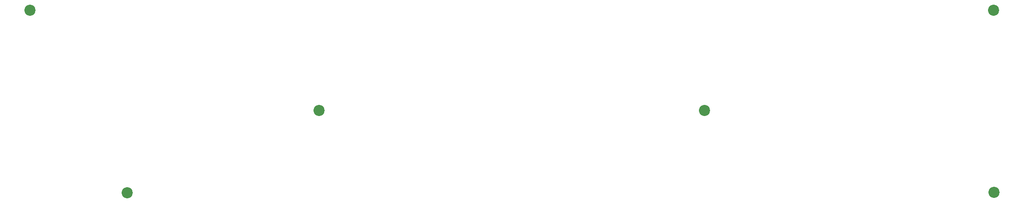
<source format=gbr>
%TF.GenerationSoftware,KiCad,Pcbnew,7.0.2*%
%TF.CreationDate,2023-05-30T09:56:30-07:00*%
%TF.ProjectId,=48,3d34382e-6b69-4636-9164-5f7063625858,rev?*%
%TF.SameCoordinates,Original*%
%TF.FileFunction,Soldermask,Top*%
%TF.FilePolarity,Negative*%
%FSLAX46Y46*%
G04 Gerber Fmt 4.6, Leading zero omitted, Abs format (unit mm)*
G04 Created by KiCad (PCBNEW 7.0.2) date 2023-05-30 09:56:30*
%MOMM*%
%LPD*%
G01*
G04 APERTURE LIST*
%ADD10C,2.200000*%
G04 APERTURE END LIST*
D10*
%TO.C,REF\u002A\u002A*%
X90068400Y-53924200D03*
%TD*%
%TO.C,REF\u002A\u002A*%
X52160000Y-70237400D03*
%TD*%
%TO.C,REF\u002A\u002A*%
X32918400Y-34010600D03*
%TD*%
%TO.C,REF\u002A\u002A*%
X166268400Y-53924200D03*
%TD*%
%TO.C,REF\u002A\u002A*%
X223520000Y-70205600D03*
%TD*%
%TO.C,REF\u002A\u002A*%
X223418400Y-34010600D03*
%TD*%
M02*

</source>
